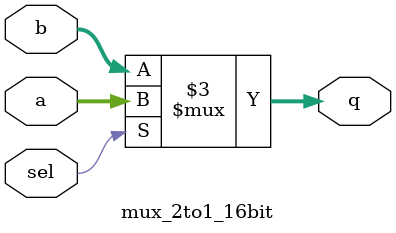
<source format=v>

module mux_2to1_16bit ( output reg [15:0] q,
			input [15:0] a,
			input [15:0] b,
			input sel);

	always @ (*)			//always will do the folowing 
		begin

		if (sel) q[15:0]=a[15:0]; //if sel is equal to 1, then it 						    selects the input from a
		else  q[15:0]=b[15:0]; //if sel is equal to 1, then it 						  selects the input from a
	
		end
endmodule

</source>
